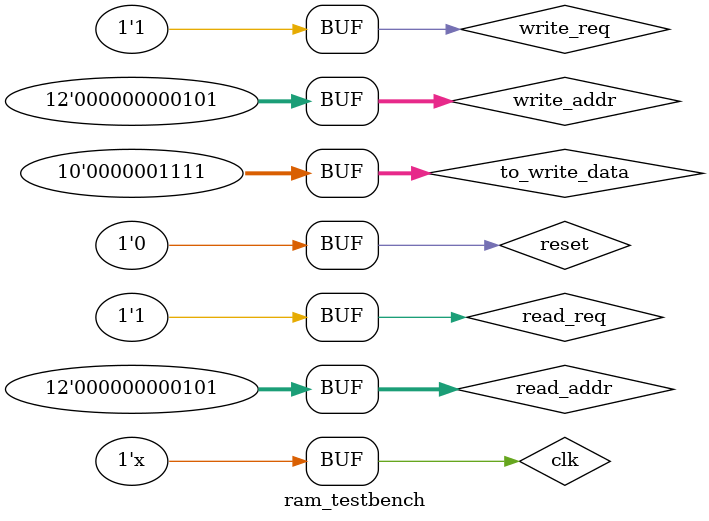
<source format=v>
`timescale 1ns / 1ps


module ram_testbench(
    
    );
    localparam integer DATA_WIDTH=10;
    localparam integer ADDR_WIDTH=12;
    localparam integer OUTPUT_REG=1;
    
    wire [ADDR_WIDTH-1:0] read_addr,write_addr;
    wire [DATA_WIDTH-1:0] to_read_data,to_write_data;
    wire read_req,write_req;
    
    
    reg clk;
    initial clk=0;
    always#100 clk=~clk;
    
    reg reset;
    generate
        assign read_req=1;
        assign read_addr = 5;
        
        assign write_req = 1;
        assign write_addr = 5;
        assign to_write_data = 10'hf;
        initial begin
            reset=0;
            //#240 reset=1;
           
            #350 reset=1;
            #400 reset=0;
        end
        ram#(DATA_WIDTH,ADDR_WIDTH,OUTPUT_REG) ram_ini1(clk,reset,read_req,read_addr,to_read_data,write_req,write_addr,to_write_data);
    endgenerate
    
endmodule

</source>
